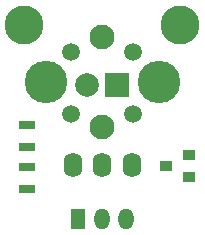
<source format=gts>
%TF.GenerationSoftware,KiCad,Pcbnew,4.0.7*%
%TF.CreationDate,2018-07-15T20:06:58+02:00*%
%TF.ProjectId,BasicModule,42617369634D6F64756C652E6B696361,rev?*%
%TF.FileFunction,Soldermask,Top*%
%FSLAX46Y46*%
G04 Gerber Fmt 4.6, Leading zero omitted, Abs format (unit mm)*
G04 Created by KiCad (PCBNEW 4.0.7) date 07/15/18 20:06:58*
%MOMM*%
%LPD*%
G01*
G04 APERTURE LIST*
%ADD10C,0.100000*%
%ADD11R,1.300000X1.800000*%
%ADD12O,1.300000X1.800000*%
%ADD13C,1.507160*%
%ADD14C,2.100000*%
%ADD15O,1.600000X2.100000*%
%ADD16C,3.600000*%
%ADD17R,2.000000X2.100000*%
%ADD18C,2.000000*%
%ADD19R,1.000000X0.900000*%
%ADD20R,1.400000X0.800000*%
%ADD21C,3.300000*%
G04 APERTURE END LIST*
D10*
D11*
X6985000Y-18669000D03*
D12*
X8985000Y-18669000D03*
X10985000Y-18669000D03*
D13*
X6334760Y-9794240D03*
X6329680Y-4538980D03*
X11590020Y-4551680D03*
X11595100Y-9806940D03*
D14*
X9017000Y-10911840D03*
X9017000Y-3312160D03*
D15*
X6517000Y-14112000D03*
X9017000Y-14112000D03*
X11517000Y-14112000D03*
D16*
X4217000Y-7112000D03*
X13817000Y-7112000D03*
D17*
X10287000Y-7366000D03*
D18*
X7747000Y-7366000D03*
D19*
X16367000Y-15174000D03*
X16367000Y-13274000D03*
X14367000Y-14224000D03*
D20*
X2667000Y-14290000D03*
X2667000Y-16190000D03*
X2667000Y-10734000D03*
X2667000Y-12634000D03*
D21*
X2413000Y-2286000D03*
X15621000Y-2286000D03*
M02*

</source>
